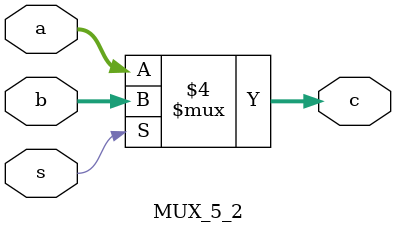
<source format=v>
`timescale 1ns / 1ps


module MUX_5_2(s,a,b,c);
    input [4:0]a,b;
    input s;
    output reg [4:0]c;
    always @(*)begin
    if(s==1'b0)
        c=a;
        else 
           c=b;
    end
endmodule

</source>
